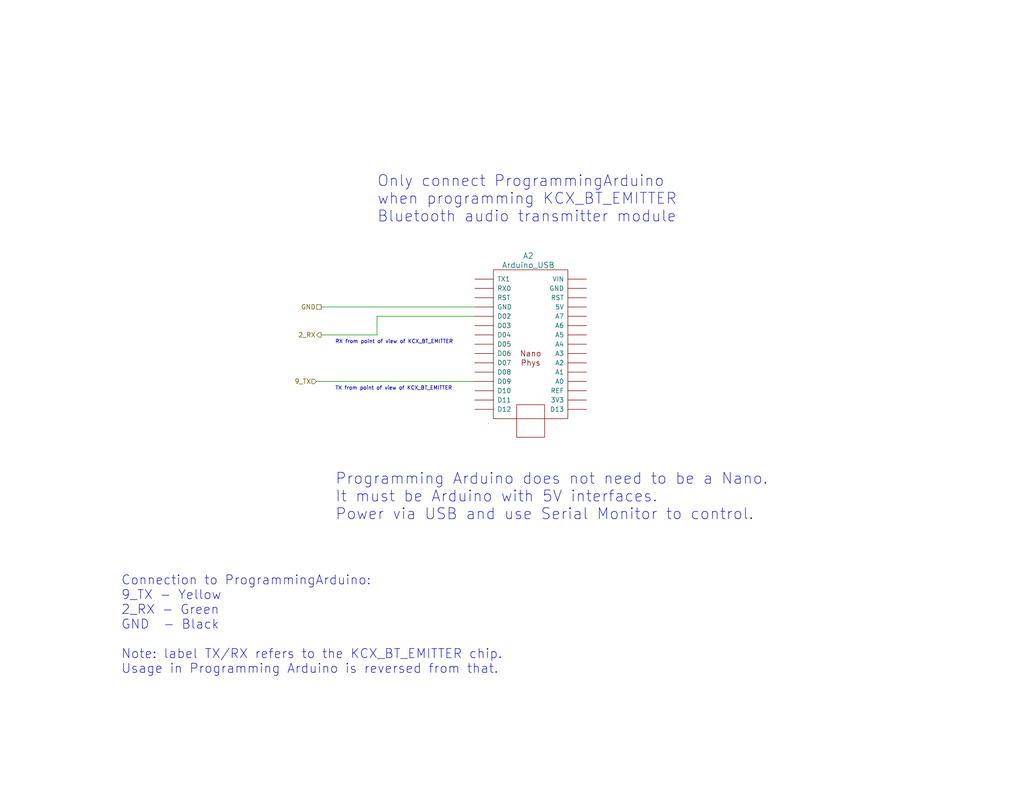
<source format=kicad_sch>
(kicad_sch (version 20230121) (generator eeschema)
  (paper "USLetter")
  (title_block (title "04 The Finale - DemoReelVoiceCommand_UART") (date "2023-08-06") (company "Author: https://github.com/Mark-MDO47/ArduinoClass") (comment 1 "for code: https://github.com/Mark-MDO47/BluetoothAudioTransmitter_KCX_BT_EMITTER"))
  (lib_symbols
    (symbol "MDO:Arduino_USB" (pin_names (offset 1.016))
      (property "Reference" "A" (at 0 0 0))
      (property "Value" "Arduino_USB" (at 0 2.54 90))
      (symbol "Arduino_USB_0_0"
        (rectangle (start -10.16 20.32) (end 10.16 -20.32))
        (text "Nano" (at 0 -2.54 0) (effects (font (size 1.524 1.524))))
        (text "Phys" (at 0 -5.08 0) (effects (font (size 1.524 1.524))))
      )
      (symbol "Arduino_USB_0_1"
        (rectangle (start -11.43 -21.59) (end -11.43 -21.59))
        (rectangle (start 3.81 -25.4) (end -3.81 -16.51))
      )
      (symbol "Arduino_USB_1_1"
        (pin input line (at 15.24 -15.24 180) (length 5.08) (name "3V3") (number "~"))
        (pin input line (at 15.24 10.16 180) (length 5.08) (name "5V") (number "~"))
        (pin input line (at 15.24 -10.16 180) (length 5.08) (name "A0") (number "~"))
        (pin input line (at 15.24 -7.62 180) (length 5.08) (name "A1") (number "~"))
        (pin input line (at 15.24 -5.08 180) (length 5.08) (name "A2") (number "~"))
        (pin input line (at 15.24 -2.54 180) (length 5.08) (name "A3") (number "~"))
        (pin input line (at 15.24 0 180) (length 5.08) (name "A4") (number "~"))
        (pin input line (at 15.24 2.54 180) (length 5.08) (name "A5") (number "~"))
        (pin input line (at 15.24 5.08 180) (length 5.08) (name "A6") (number "~"))
        (pin input line (at 15.24 7.62 180) (length 5.08) (name "A7") (number "~"))
        (pin input line (at -15.24 7.62 0) (length 5.08) (name "D02") (number "~"))
        (pin input line (at -15.24 5.08 0) (length 5.08) (name "D03") (number "~"))
        (pin input line (at -15.24 2.54 0) (length 5.08) (name "D04") (number "~"))
        (pin input line (at -15.24 0 0) (length 5.08) (name "D05") (number "~"))
        (pin input line (at -15.24 -2.54 0) (length 5.08) (name "D06") (number "~"))
        (pin input line (at -15.24 -5.08 0) (length 5.08) (name "D07") (number "~"))
        (pin input line (at -15.24 -7.62 0) (length 5.08) (name "D08") (number "~"))
        (pin input line (at -15.24 -10.16 0) (length 5.08) (name "D09") (number "~"))
        (pin input line (at -15.24 -12.7 0) (length 5.08) (name "D10") (number "~"))
        (pin input line (at -15.24 -15.24 0) (length 5.08) (name "D11") (number "~"))
        (pin input line (at -15.24 -17.78 0) (length 5.08) (name "D12") (number "~"))
        (pin input line (at 15.24 -17.78 180) (length 5.08) (name "D13") (number "~"))
        (pin input line (at -15.24 10.16 0) (length 5.08) (name "GND") (number "~"))
        (pin input line (at 15.24 15.24 180) (length 5.08) (name "GND") (number "~"))
        (pin input line (at 15.24 -12.7 180) (length 5.08) (name "REF") (number "~"))
        (pin input line (at -15.24 12.7 0) (length 5.08) (name "RST") (number "~"))
        (pin input line (at 15.24 12.7 180) (length 5.08) (name "RST") (number "~"))
        (pin input line (at -15.24 15.24 0) (length 5.08) (name "RX0") (number "~"))
        (pin input line (at -15.24 17.78 0) (length 5.08) (name "TX1") (number "~"))
        (pin input line (at 15.24 17.78 180) (length 5.08) (name "VIN") (number "~"))
      )
    )
  )
  (wire (pts (xy 86.36 104.14) (xy 129.54 104.14)))
  (wire (pts (xy 102.87 91.44) (xy 87.63 91.44)))
  (wire (pts (xy 129.54 86.36) (xy 102.87 86.36)))
  (wire (pts (xy 102.87 86.36) (xy 102.87 91.44)))
  (wire (pts (xy 87.63 83.82) (xy 129.54 83.82)))
  (text "Only connect ProgrammingArduino\nwhen programming KCX_BT_EMITTER\nBluetooth audio transmitter module" (at 102.87 60.96 0) (effects (font (size 3 3)) (justify left bottom)))
  (text "Programming Arduino does not need to be a Nano.\nIt must be Arduino with 5V interfaces.\nPower via USB and use Serial Monitor to control." (at 91.44 142.24 0) (effects (font (size 3 3)) (justify left bottom)))
  (text "TX from point of view of KCX_BT_EMITTER" (at 91.44 106.68 0) (effects (font (size 1 1)) (justify left bottom)))
  (text "RX from point of view of KCX_BT_EMITTER" (at 91.44 93.98 0) (effects (font (size 1 1)) (justify left bottom)))
  (text "Connection to ProgrammingArduino:\n9_TX - Yellow\n2_RX - Green\nGND  - Black\n\nNote: label TX/RX refers to the KCX_BT_EMITTER chip.\nUsage in Programming Arduino is reversed from that." (at 33.02 184.15 0) (effects (font (size 2.5 2.5)) (justify left bottom)))
  (hierarchical_label "GND" (shape passive) (at 87.63 83.82 180))
  (hierarchical_label "2_RX" (shape output) (at 87.63 91.44 180))
  (hierarchical_label "9_TX" (shape input) (at 86.36 104.14 180))
  (symbol (lib_id "MDO:Arduino_USB") (at 144.78 93.98 0) (unit 1)
    (property "Reference" "A2" (at 144.145 69.85 0) (effects (font (size 1.524 1.524))))
    (property "Value" "Arduino_USB" (at 144.145 72.39 0) (effects (font (size 1.524 1.524))))
  )
)
</source>
